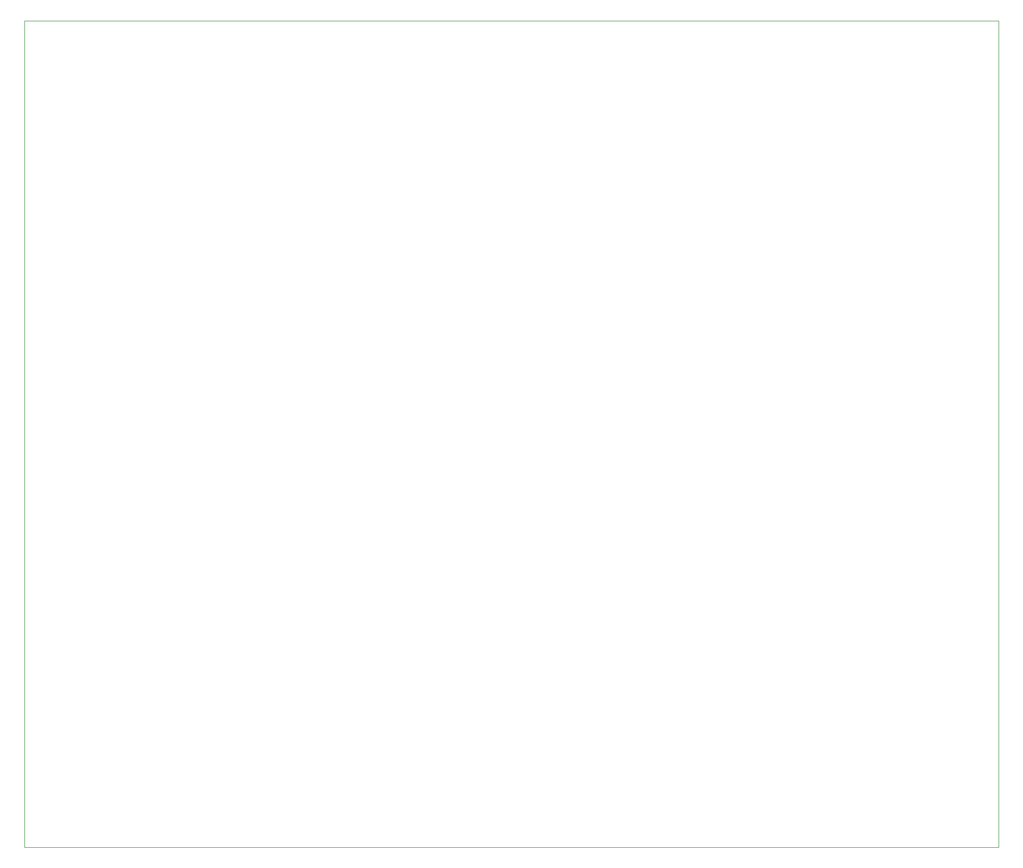
<source format=gbr>
G04 #@! TF.GenerationSoftware,KiCad,Pcbnew,5.1.5+dfsg1-2build2*
G04 #@! TF.CreationDate,2020-09-06T17:22:47-04:00*
G04 #@! TF.ProjectId,6502 Dev Board,36353032-2044-4657-9620-426f6172642e,rev?*
G04 #@! TF.SameCoordinates,Original*
G04 #@! TF.FileFunction,Profile,NP*
%FSLAX46Y46*%
G04 Gerber Fmt 4.6, Leading zero omitted, Abs format (unit mm)*
G04 Created by KiCad (PCBNEW 5.1.5+dfsg1-2build2) date 2020-09-06 17:22:47*
%MOMM*%
%LPD*%
G04 APERTURE LIST*
%ADD10C,0.050000*%
G04 APERTURE END LIST*
D10*
X11430000Y-162560000D02*
X170180000Y-162560000D01*
X11430000Y-27940000D02*
X11430000Y-162560000D01*
X170180000Y-27940000D02*
X11430000Y-27940000D01*
X170180000Y-162560000D02*
X170180000Y-27940000D01*
M02*

</source>
